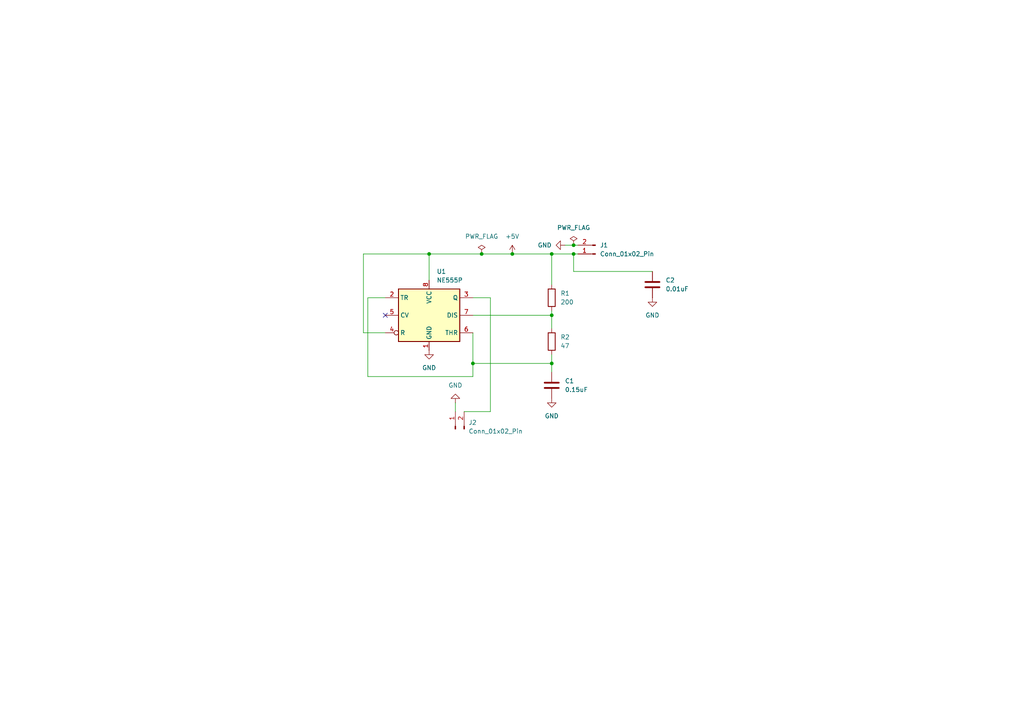
<source format=kicad_sch>
(kicad_sch (version 20231120) (generator "eeschema") (generator_version "8.0")
  (paper "A4")
  (lib_symbols
    (symbol "Connector:Conn_01x02_Pin" (pin_names (offset 1.016) hide)
      (property "Reference" "J" (at 0 2.54 0))
      (property "Value" "Conn_01x02_Pin" (at 0 -5.08 0))
      (symbol "Conn_01x02_Pin_1_1"
        (polyline (pts (xy 1.27 -2.54) (xy 0.8636 -2.54)) (stroke (width 0.1524)))
        (polyline (pts (xy 1.27 0) (xy 0.8636 0)) (stroke (width 0.1524)))
        (rectangle (start 0.8636 -2.413) (end 0 -2.667) (stroke (width 0.1524)) (fill (type outline)))
        (rectangle (start 0.8636 0.127) (end 0 -0.127) (stroke (width 0.1524)) (fill (type outline)))
        (pin passive line (at 5.08 0 180) (length 3.81) (name "Pin_1") (number "1"))
        (pin passive line (at 5.08 -2.54 180) (length 3.81) (name "Pin_2") (number "2"))
      )
    )
    (symbol "Device:C" (pin_numbers hide) (pin_names (offset 0.254))
      (property "Reference" "C" (at 0.635 2.54 0))
      (property "Value" "C" (at 0.635 -2.54 0))
      (symbol "C_0_1"
        (polyline (pts (xy -2.032 -0.762) (xy 2.032 -0.762)) (stroke (width 0.508)))
        (polyline (pts (xy -2.032 0.762) (xy 2.032 0.762)) (stroke (width 0.508)))
      )
      (symbol "C_1_1"
        (pin passive line (at 0 3.81 270) (length 2.794) (name "~") (number "1"))
        (pin passive line (at 0 -3.81 90) (length 2.794) (name "~") (number "2"))
      )
    )
    (symbol "Device:R" (pin_numbers hide) (pin_names (offset 0))
      (property "Reference" "R" (at 2.032 0 90))
      (property "Value" "R" (at 0 0 90))
      (symbol "R_0_1"
        (rectangle (start -1.016 -2.54) (end 1.016 2.54) (stroke (width 0.254)))
      )
      (symbol "R_1_1"
        (pin passive line (at 0 3.81 270) (length 1.27) (name "~") (number "1"))
        (pin passive line (at 0 -3.81 90) (length 1.27) (name "~") (number "2"))
      )
    )
    (symbol "Timer:NE555P"
      (property "Reference" "U" (at -10.16 8.89 0))
      (property "Value" "NE555P" (at 2.54 8.89 0))
      (symbol "NE555P_0_0"
        (pin power_in line (at 0 -10.16 90) (length 2.54) (name "GND") (number "1"))
        (pin power_in line (at 0 10.16 270) (length 2.54) (name "VCC") (number "8"))
      )
      (symbol "NE555P_0_1"
        (rectangle (start -8.89 -7.62) (end 8.89 7.62) (stroke (width 0.254)) (fill (type background)))
        (rectangle (start -8.89 -7.62) (end 8.89 7.62) (stroke (width 0.254)) (fill (type background)))
      )
      (symbol "NE555P_1_1"
        (pin input line (at -12.7 5.08 0) (length 3.81) (name "TR") (number "2"))
        (pin output line (at 12.7 5.08 180) (length 3.81) (name "Q") (number "3"))
        (pin input inverted (at -12.7 -5.08 0) (length 3.81) (name "R") (number "4"))
        (pin input line (at -12.7 0 0) (length 3.81) (name "CV") (number "5"))
        (pin input line (at 12.7 -5.08 180) (length 3.81) (name "THR") (number "6"))
        (pin input line (at 12.7 0 180) (length 3.81) (name "DIS") (number "7"))
      )
    )
    (symbol "power:+5V" (power) (pin_numbers hide) (pin_names (offset 0) hide)
      (property "Value" "+5V" (at 0 3.556 0))
      (symbol "+5V_0_1"
        (polyline (pts (xy -0.762 1.27) (xy 0 2.54)))
        (polyline (pts (xy 0 0) (xy 0 2.54)))
        (polyline (pts (xy 0 2.54) (xy 0.762 1.27)))
      )
      (symbol "+5V_1_1"
        (pin power_in line (at 0 0 90) (length 0) (name "~") (number "1"))
      )
    )
    (symbol "power:GND" (power) (pin_numbers hide) (pin_names (offset 0) hide)
      (property "Value" "GND" (at 0 -3.81 0))
      (symbol "GND_0_1"
        (polyline (pts (xy 0 0) (xy 0 -1.27) (xy 1.27 -1.27) (xy 0 -2.54) (xy -1.27 -1.27) (xy 0 -1.27)))
      )
      (symbol "GND_1_1"
        (pin power_in line (at 0 0 270) (length 0) (name "~") (number "1"))
      )
    )
    (symbol "power:PWR_FLAG" (power) (pin_numbers hide) (pin_names (offset 0) hide)
      (property "Value" "PWR_FLAG" (at 0 3.81 0))
      (symbol "PWR_FLAG_0_0"
        (pin power_out line (at 0 0 90) (length 0) (name "~") (number "1"))
      )
      (symbol "PWR_FLAG_0_1"
        (polyline (pts (xy 0 0) (xy 0 1.27) (xy -1.016 1.905) (xy 0 2.54) (xy 1.016 1.905) (xy 0 1.27)))
      )
    )
  )
  (junction (at 160.02 105.41))
  (junction (at 124.46 73.66))
  (junction (at 166.37 71.12))
  (junction (at 139.7 73.66))
  (junction (at 137.16 105.41))
  (junction (at 160.02 73.66))
  (junction (at 160.02 91.44))
  (junction (at 166.37 73.66))
  (junction (at 148.59 73.66))
  (no_connect (at 111.76 91.44))
  (wire (pts (xy 160.02 73.66) (xy 148.59 73.66)))
  (wire (pts (xy 160.02 73.66) (xy 160.02 82.55)))
  (wire (pts (xy 160.02 91.44) (xy 160.02 95.25)))
  (wire (pts (xy 160.02 105.41) (xy 160.02 107.95)))
  (wire (pts (xy 111.76 86.36) (xy 106.68 86.36)))
  (wire (pts (xy 189.23 78.74) (xy 166.37 78.74)))
  (wire (pts (xy 105.41 73.66) (xy 124.46 73.66)))
  (wire (pts (xy 137.16 105.41) (xy 160.02 105.41)))
  (wire (pts (xy 105.41 96.52) (xy 105.41 73.66)))
  (wire (pts (xy 137.16 96.52) (xy 137.16 105.41)))
  (wire (pts (xy 160.02 102.87) (xy 160.02 105.41)))
  (wire (pts (xy 139.7 73.66) (xy 124.46 73.66)))
  (wire (pts (xy 142.24 86.36) (xy 142.24 119.38)))
  (wire (pts (xy 166.37 78.74) (xy 166.37 73.66)))
  (wire (pts (xy 160.02 90.17) (xy 160.02 91.44)))
  (wire (pts (xy 106.68 109.22) (xy 137.16 109.22)))
  (wire (pts (xy 148.59 73.66) (xy 139.7 73.66)))
  (wire (pts (xy 137.16 86.36) (xy 142.24 86.36)))
  (wire (pts (xy 111.76 96.52) (xy 105.41 96.52)))
  (wire (pts (xy 166.37 71.12) (xy 167.64 71.12)))
  (wire (pts (xy 166.37 73.66) (xy 160.02 73.66)))
  (wire (pts (xy 137.16 91.44) (xy 160.02 91.44)))
  (wire (pts (xy 137.16 109.22) (xy 137.16 105.41)))
  (wire (pts (xy 124.46 73.66) (xy 124.46 81.28)))
  (wire (pts (xy 142.24 119.38) (xy 134.62 119.38)))
  (wire (pts (xy 132.08 116.84) (xy 132.08 119.38)))
  (wire (pts (xy 106.68 86.36) (xy 106.68 109.22)))
  (wire (pts (xy 167.64 73.66) (xy 166.37 73.66)))
  (wire (pts (xy 163.83 71.12) (xy 166.37 71.12)))
  (symbol (lib_id "power:+5V") (at 148.59 73.66 0) (unit 1)
    (property "Reference" "#PWR02" (effects (hide yes)))
    (property "Value" "+5V" (at 148.59 68.58 0))
    (property "Description" "Power symbol creates a global label with name \"+5V\"" (effects (hide yes)))
  )
  (symbol (lib_id "power:GND") (at 189.23 86.36 0) (unit 1)
    (property "Reference" "#PWR04" (effects (hide yes)))
    (property "Value" "GND" (at 189.23 91.44 0))
    (property "Description" "Power symbol creates a global label with name \"GND\" , ground" (effects (hide yes)))
  )
  (symbol (lib_id "Device:R") (at 160.02 86.36 0) (unit 1)
    (property "Reference" "R1" (at 162.56 85.0899 0) (effects (justify left)))
    (property "Value" "200" (at 162.56 87.6299 0) (effects (justify left)))
    (property "Footprint" "Resistor_THT:R_Axial_DIN0204_L3.6mm_D1.6mm_P5.08mm_Horizontal" (effects (hide yes)))
    (property "Description" "Resistor" (effects (hide yes)))
  )
  (symbol (lib_id "Connector:Conn_01x02_Pin") (at 172.72 73.66 180) (unit 1)
    (property "Reference" "J1" (at 173.99 71.1199 0) (effects (justify right)))
    (property "Value" "Conn_01x02_Pin" (at 173.99 73.6599 0) (effects (justify right)))
    (property "Footprint" "Connector_PinHeader_2.54mm:PinHeader_2x01_P2.54mm_Vertical" (effects (hide yes)))
    (property "Description" "Generic connector, single row, 01x02, script generated" (effects (hide yes)))
  )
  (symbol (lib_id "power:GND") (at 160.02 115.57 0) (unit 1)
    (property "Reference" "#PWR05" (effects (hide yes)))
    (property "Value" "GND" (at 160.02 120.65 0))
    (property "Description" "Power symbol creates a global label with name \"GND\" , ground" (effects (hide yes)))
  )
  (symbol (lib_id "power:GND") (at 132.08 116.84 180) (unit 1)
    (property "Reference" "#PWR06" (effects (hide yes)))
    (property "Value" "GND" (at 132.08 111.76 0))
    (property "Description" "Power symbol creates a global label with name \"GND\" , ground" (effects (hide yes)))
  )
  (symbol (lib_id "power:GND") (at 124.46 101.6 0) (unit 1)
    (property "Reference" "#PWR03" (effects (hide yes)))
    (property "Value" "GND" (at 124.46 106.68 0))
    (property "Description" "Power symbol creates a global label with name \"GND\" , ground" (effects (hide yes)))
  )
  (symbol (lib_id "Device:C") (at 160.02 111.76 0) (unit 1)
    (property "Reference" "C1" (at 163.83 110.4899 0) (effects (justify left)))
    (property "Value" "0.15uF" (at 163.83 113.0299 0) (effects (justify left)))
    (property "Footprint" "Capacitor_THT:CP_Radial_D5.0mm_P2.00mm" (effects (hide yes)))
    (property "Description" "Unpolarized capacitor" (effects (hide yes)))
  )
  (symbol (lib_id "power:PWR_FLAG") (at 139.7 73.66 0) (unit 1)
    (property "Reference" "#FLG01" (effects (hide yes)))
    (property "Value" "PWR_FLAG" (at 139.7 68.58 0))
    (property "Description" "Special symbol for telling ERC where power comes from" (effects (hide yes)))
  )
  (symbol (lib_id "Timer:NE555P") (at 124.46 91.44 0) (unit 1)
    (property "Reference" "U1" (at 126.6541 78.74 0) (effects (justify left)))
    (property "Value" "NE555P" (at 126.6541 81.28 0) (effects (justify left)))
    (property "Footprint" "Package_DIP:DIP-8_W7.62mm" (effects (hide yes)))
    (property "Datasheet" "http://www.ti.com/lit/ds/symlink/ne555.pdf" (effects (hide yes)))
    (property "Description" "Precision Timers, 555 compatible,  PDIP-8" (effects (hide yes)))
  )
  (symbol (lib_id "power:PWR_FLAG") (at 166.37 71.12 0) (unit 1)
    (property "Reference" "#FLG02" (effects (hide yes)))
    (property "Value" "PWR_FLAG" (at 166.37 66.04 0))
    (property "Description" "Special symbol for telling ERC where power comes from" (effects (hide yes)))
  )
  (symbol (lib_id "Connector:Conn_01x02_Pin") (at 132.08 124.46 90) (unit 1)
    (property "Reference" "J2" (at 135.89 122.5549 90) (effects (justify right)))
    (property "Value" "Conn_01x02_Pin" (at 135.89 125.0949 90) (effects (justify right)))
    (property "Footprint" "Connector_PinHeader_2.54mm:PinHeader_2x01_P2.54mm_Vertical" (effects (hide yes)))
    (property "Description" "Generic connector, single row, 01x02, script generated" (effects (hide yes)))
  )
  (symbol (lib_id "Device:R") (at 160.02 99.06 0) (unit 1)
    (property "Reference" "R2" (at 162.56 97.7899 0) (effects (justify left)))
    (property "Value" "47" (at 162.56 100.3299 0) (effects (justify left)))
    (property "Footprint" "Resistor_THT:R_Axial_DIN0204_L3.6mm_D1.6mm_P5.08mm_Horizontal" (effects (hide yes)))
    (property "Description" "Resistor" (effects (hide yes)))
  )
  (symbol (lib_id "power:GND") (at 163.83 71.12 270) (unit 1)
    (property "Reference" "#PWR01" (effects (hide yes)))
    (property "Value" "GND" (at 160.02 71.1199 90) (effects (justify right)))
    (property "Description" "Power symbol creates a global label with name \"GND\" , ground" (effects (hide yes)))
  )
  (symbol (lib_id "Device:C") (at 189.23 82.55 0) (unit 1)
    (property "Reference" "C2" (at 193.04 81.2799 0) (effects (justify left)))
    (property "Value" "0.01uF" (at 193.04 83.8199 0) (effects (justify left)))
    (property "Footprint" "Capacitor_THT:C_Disc_D3.8mm_W2.6mm_P2.50mm" (effects (hide yes)))
    (property "Description" "Unpolarized capacitor" (effects (hide yes)))
  )
)
</source>
